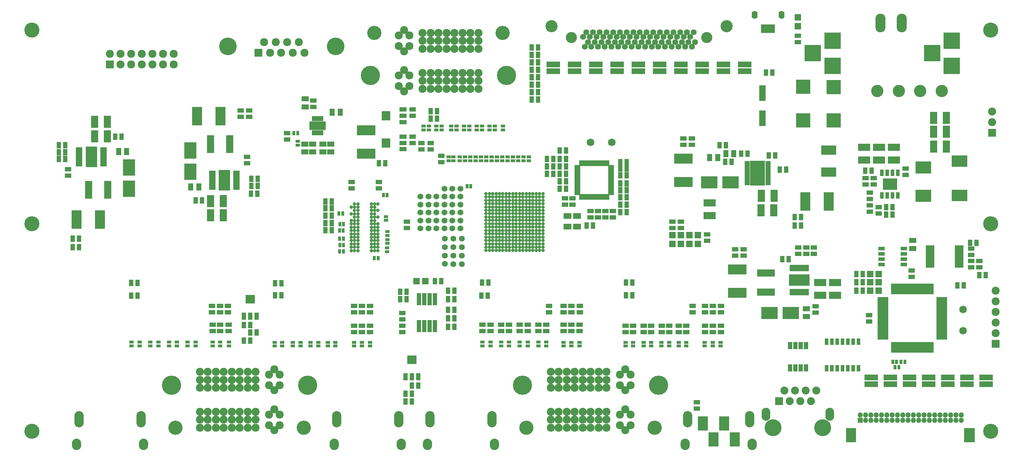
<source format=gts>
G04 (created by PCBNEW (2013-07-07 BZR 4022)-stable) date 6/4/2014 10:32:15 AM*
%MOIN*%
G04 Gerber Fmt 3.4, Leading zero omitted, Abs format*
%FSLAX34Y34*%
G01*
G70*
G90*
G04 APERTURE LIST*
%ADD10C,0.00590551*%
%ADD11C,0.165748*%
%ADD12R,0.075748X0.075748*%
%ADD13C,0.075748*%
%ADD14C,0.115748*%
%ADD15R,0.133848X0.133858*%
%ADD16C,0.0551181*%
%ADD17C,0.104331*%
%ADD18C,0.114173*%
%ADD19R,0.0551181X0.025948*%
%ADD20R,0.025948X0.0551181*%
%ADD21R,0.080748X0.031748*%
%ADD22C,0.0314961*%
%ADD23C,0.141752*%
%ADD24C,0.159448*%
%ADD25R,0.074848X0.074848*%
%ADD26C,0.074848*%
%ADD27O,0.0826772X0.122047*%
%ADD28R,0.0905512X0.0826772*%
%ADD29R,0.0385827X0.0669291*%
%ADD30R,0.0826772X0.0905512*%
%ADD31R,0.0669291X0.0385827*%
%ADD32R,0.0945079X0.133878*%
%ADD33R,0.102362X0.133878*%
%ADD34R,0.0944882X0.133858*%
%ADD35O,0.095748X0.175748*%
%ADD36R,0.040748X0.060748*%
%ADD37R,0.060748X0.040748*%
%ADD38R,0.070748X0.165748*%
%ADD39R,0.065748X0.115748*%
%ADD40R,0.114173X0.153543*%
%ADD41R,0.050748X0.070748*%
%ADD42R,0.095748X0.175748*%
%ADD43R,0.0629921X0.0275591*%
%ADD44R,0.106299X0.192913*%
%ADD45C,0.181102*%
%ADD46C,0.133858*%
%ADD47R,0.031448X0.039348*%
%ADD48R,0.039348X0.031448*%
%ADD49O,0.0551181X0.075748*%
%ADD50R,0.0314961X0.0787402*%
%ADD51C,0.071748*%
%ADD52C,0.055748*%
%ADD53O,0.0866142X0.153543*%
%ADD54O,0.0866142X0.108268*%
%ADD55R,0.035748X0.051748*%
%ADD56R,0.115748X0.065748*%
%ADD57R,0.049248X0.026748*%
%ADD58R,0.143748X0.231748*%
%ADD59R,0.070748X0.050748*%
%ADD60R,0.165748X0.070748*%
%ADD61R,0.0267717X0.0472441*%
%ADD62R,0.153543X0.0807087*%
%ADD63R,0.153543X0.114173*%
%ADD64R,0.0358268X0.0629921*%
%ADD65R,0.137795X0.110236*%
%ADD66R,0.060748X0.035748*%
%ADD67R,0.035748X0.060748*%
%ADD68R,0.153548X0.153548*%
%ADD69R,0.145669X0.114173*%
%ADD70R,0.149606X0.110236*%
%ADD71R,0.175748X0.095748*%
%ADD72R,0.039348X0.114173*%
%ADD73R,0.026378X0.0984252*%
%ADD74R,0.0984252X0.026378*%
%ADD75R,0.0275591X0.0629921*%
%ADD76R,0.192913X0.106299*%
%ADD77R,0.0745669X0.0565354*%
%ADD78R,0.141732X0.0866142*%
%ADD79R,0.039348X0.070848*%
%ADD80R,0.049748X0.049748*%
%ADD81C,0.049748*%
%ADD82C,0.050748*%
%ADD83R,0.062948X0.062948*%
%ADD84R,0.060748X0.150748*%
G04 APERTURE END LIST*
G54D10*
G54D11*
X39734Y-20815D03*
X29606Y-20815D03*
G54D12*
X32456Y-21422D03*
G54D13*
X33556Y-21422D03*
X34606Y-21422D03*
X35706Y-21422D03*
X36806Y-21422D03*
X33006Y-20422D03*
X34106Y-20422D03*
X35156Y-20422D03*
X36256Y-20422D03*
G54D14*
X90660Y-25030D03*
X92687Y-25030D03*
X94695Y-25030D03*
X96722Y-25030D03*
G54D15*
X86570Y-24645D03*
X86570Y-27794D03*
X83700Y-24625D03*
X83700Y-27774D03*
G54D16*
X63308Y-19472D03*
X63938Y-19472D03*
X64568Y-19472D03*
X65198Y-19472D03*
X65828Y-19472D03*
X66458Y-19472D03*
X67088Y-19472D03*
X67718Y-19472D03*
X68348Y-19472D03*
X68978Y-19472D03*
X69607Y-19472D03*
X70237Y-19472D03*
X70867Y-19472D03*
X71497Y-19472D03*
X72127Y-19472D03*
X72757Y-19472D03*
X73387Y-19472D03*
X73080Y-19924D03*
X72450Y-19924D03*
X71820Y-19924D03*
X71190Y-19924D03*
X70560Y-19924D03*
X69930Y-19924D03*
X69300Y-19924D03*
X68670Y-19924D03*
X68040Y-19924D03*
X67410Y-19924D03*
X66780Y-19924D03*
X66150Y-19924D03*
X65520Y-19924D03*
X64891Y-19924D03*
X64261Y-19924D03*
X63631Y-19924D03*
X63001Y-19924D03*
X63466Y-20397D03*
X64096Y-20397D03*
X64726Y-20397D03*
X65355Y-20397D03*
X65985Y-20397D03*
X66615Y-20397D03*
X67245Y-20397D03*
X67875Y-20397D03*
X68505Y-20397D03*
X69135Y-20397D03*
X69765Y-20397D03*
X70395Y-20397D03*
X71025Y-20397D03*
X71655Y-20397D03*
X72285Y-20397D03*
X72915Y-20397D03*
X73544Y-20397D03*
X73230Y-20850D03*
X72600Y-20850D03*
X71970Y-20850D03*
X71340Y-20850D03*
X70080Y-20850D03*
X68190Y-20850D03*
X67560Y-20850D03*
X66930Y-20850D03*
X66300Y-20850D03*
X65670Y-20850D03*
X65040Y-20850D03*
X64410Y-20850D03*
X63780Y-20850D03*
X63150Y-20850D03*
G54D17*
X74635Y-19964D03*
X61909Y-19964D03*
G54D18*
X60030Y-18930D03*
X76515Y-18930D03*
G54D16*
X70710Y-20850D03*
X68820Y-20850D03*
X69450Y-20850D03*
G54D19*
X62475Y-34679D03*
X62475Y-34482D03*
X62475Y-34285D03*
X62475Y-34088D03*
X62475Y-33892D03*
X62475Y-33695D03*
X62475Y-33498D03*
X62475Y-32120D03*
X62475Y-32317D03*
X62475Y-32514D03*
X62475Y-32711D03*
X62475Y-32907D03*
X62475Y-33104D03*
X62475Y-33301D03*
X65624Y-33301D03*
X65624Y-33104D03*
X65624Y-32907D03*
X65624Y-32711D03*
X65624Y-32514D03*
X65624Y-32317D03*
X65624Y-32120D03*
X65624Y-33498D03*
X65624Y-33695D03*
X65624Y-33892D03*
X65624Y-34088D03*
X65624Y-34285D03*
X65624Y-34482D03*
X65624Y-34679D03*
G54D20*
X64148Y-34974D03*
X64345Y-34974D03*
X64542Y-34974D03*
X64738Y-34974D03*
X64935Y-34974D03*
X65132Y-34974D03*
X65329Y-34974D03*
X63951Y-34974D03*
X63754Y-34974D03*
X63557Y-34974D03*
X63361Y-34974D03*
X63164Y-34974D03*
X62967Y-34974D03*
X62770Y-34974D03*
X62770Y-31825D03*
X62967Y-31825D03*
X63164Y-31825D03*
X63361Y-31825D03*
X63557Y-31825D03*
X63754Y-31825D03*
X63951Y-31825D03*
X65329Y-31825D03*
X65133Y-31825D03*
X64936Y-31825D03*
X64739Y-31825D03*
X64542Y-31825D03*
X64345Y-31825D03*
X64148Y-31825D03*
G54D21*
X98360Y-40725D03*
X98360Y-40475D03*
X98360Y-40225D03*
X98360Y-39975D03*
X95640Y-41475D03*
X98360Y-41475D03*
X98360Y-41225D03*
X98360Y-40975D03*
X95640Y-39725D03*
X95640Y-39975D03*
X95640Y-40225D03*
X95640Y-40475D03*
X95640Y-40725D03*
X95640Y-40975D03*
X98360Y-39725D03*
X95640Y-41225D03*
G54D22*
X43713Y-40041D03*
X43398Y-40041D03*
X43083Y-40041D03*
X41823Y-40041D03*
X41508Y-40041D03*
X41193Y-40041D03*
X43713Y-39726D03*
X43713Y-39411D03*
X43713Y-39096D03*
X43713Y-38782D03*
X43713Y-38467D03*
X43713Y-38152D03*
X43713Y-37837D03*
X43398Y-37837D03*
X43083Y-37837D03*
X41824Y-37836D03*
X41509Y-37836D03*
X41194Y-37836D03*
X41194Y-38151D03*
X41194Y-38466D03*
X41194Y-38781D03*
X41194Y-39095D03*
X41194Y-39410D03*
X41194Y-39725D03*
X43083Y-39096D03*
X43083Y-38782D03*
X41824Y-38781D03*
X41824Y-39095D03*
X41824Y-39410D03*
X43083Y-39411D03*
X43398Y-39411D03*
X43398Y-39096D03*
X43398Y-38782D03*
X43398Y-38467D03*
X43398Y-38152D03*
X43083Y-38152D03*
X43083Y-38467D03*
X41824Y-38466D03*
X41824Y-38151D03*
X41509Y-38151D03*
X41509Y-38466D03*
X41509Y-38781D03*
X41509Y-39095D03*
X41509Y-39410D03*
X41509Y-39725D03*
X41824Y-39725D03*
X43083Y-39726D03*
X43398Y-39726D03*
X43713Y-35631D03*
X43713Y-37521D03*
X43398Y-37521D03*
X43083Y-37521D03*
X41823Y-37521D03*
X41508Y-37521D03*
X41193Y-37521D03*
X43398Y-37206D03*
X43083Y-37206D03*
X41823Y-37206D03*
X41508Y-37206D03*
X41193Y-37206D03*
X43713Y-36891D03*
X43398Y-36891D03*
X43083Y-36891D03*
X41823Y-36891D03*
X41508Y-36891D03*
X43398Y-36576D03*
X43083Y-36576D03*
X41823Y-36576D03*
X41508Y-36576D03*
X41193Y-36576D03*
X43713Y-36261D03*
X43398Y-36261D03*
X43083Y-36261D03*
X41823Y-36261D03*
X41508Y-36261D03*
X43398Y-35946D03*
X43083Y-35946D03*
X41823Y-35946D03*
X41508Y-35946D03*
X41193Y-35946D03*
X43398Y-35631D03*
X43083Y-35631D03*
X41823Y-35631D03*
X41508Y-35631D03*
G54D23*
X11168Y-37508D03*
X101331Y-37508D03*
G54D24*
X85523Y-56698D03*
X80850Y-56698D03*
G54D25*
X81435Y-54198D03*
G54D26*
X81935Y-53198D03*
X82435Y-54198D03*
X82935Y-53198D03*
X83435Y-54198D03*
X83935Y-53198D03*
X84435Y-54198D03*
X84935Y-53198D03*
G54D27*
X80185Y-55454D03*
X86185Y-55454D03*
G54D28*
X31700Y-44613D03*
G54D29*
X31700Y-46217D03*
X32290Y-46217D03*
X31109Y-46217D03*
G54D30*
X44463Y-29900D03*
G54D31*
X46067Y-29900D03*
X46067Y-29309D03*
X46067Y-30490D03*
G54D28*
X46900Y-50313D03*
G54D29*
X46900Y-51917D03*
X47490Y-51917D03*
X46309Y-51917D03*
G54D32*
X88200Y-57400D03*
G54D33*
X99340Y-57406D03*
G54D34*
X77250Y-57798D03*
X76250Y-56301D03*
X75250Y-57798D03*
X74250Y-56301D03*
G54D35*
X90962Y-18600D03*
X92962Y-18600D03*
G54D36*
X14300Y-31415D03*
X13700Y-31415D03*
G54D37*
X14550Y-32965D03*
X14550Y-32365D03*
G54D36*
X13700Y-30765D03*
X14300Y-30765D03*
X14300Y-30115D03*
X13700Y-30115D03*
G54D38*
X16500Y-34315D03*
X18300Y-34315D03*
G54D36*
X19000Y-29315D03*
X19600Y-29315D03*
G54D39*
X17050Y-27915D03*
X18250Y-27915D03*
X17050Y-29265D03*
X18250Y-29265D03*
G54D40*
X20316Y-32229D03*
X20316Y-34229D03*
G54D41*
X20075Y-30715D03*
X19325Y-30715D03*
G54D36*
X83492Y-37667D03*
X82892Y-37667D03*
X82892Y-36867D03*
X83492Y-36867D03*
G54D42*
X15360Y-37105D03*
X17560Y-37105D03*
G54D43*
X17891Y-30447D03*
X17891Y-30703D03*
X17891Y-30959D03*
X17891Y-31215D03*
X17891Y-31470D03*
X17891Y-31726D03*
X17891Y-31982D03*
X15608Y-31982D03*
X15608Y-31726D03*
X15608Y-31470D03*
X15608Y-31215D03*
X15608Y-30959D03*
X15608Y-30703D03*
X15608Y-30447D03*
G54D44*
X16750Y-31215D03*
G54D43*
X28117Y-34186D03*
X28117Y-33930D03*
X28117Y-33674D03*
X28117Y-33419D03*
X28117Y-33163D03*
X28117Y-32907D03*
X28117Y-32651D03*
X30400Y-32651D03*
X30400Y-32907D03*
X30400Y-33163D03*
X30400Y-33419D03*
X30400Y-33674D03*
X30400Y-33930D03*
X30400Y-34186D03*
G54D44*
X29259Y-33419D03*
G54D13*
X59950Y-52950D03*
X60700Y-52950D03*
X61450Y-52950D03*
X62200Y-52950D03*
X62950Y-52950D03*
X63700Y-52950D03*
X64450Y-52950D03*
X65200Y-52950D03*
X59950Y-52200D03*
X60700Y-52200D03*
X61450Y-52200D03*
X62200Y-52200D03*
X62950Y-52200D03*
X63700Y-52200D03*
X64450Y-52200D03*
X65200Y-52200D03*
X60700Y-51450D03*
X61450Y-51450D03*
X62200Y-51450D03*
X62950Y-51450D03*
X63700Y-51450D03*
X59950Y-51450D03*
X64450Y-51450D03*
X65200Y-51450D03*
X59950Y-55210D03*
X60700Y-55210D03*
X61450Y-55210D03*
X62200Y-55210D03*
X62950Y-55210D03*
X63700Y-55210D03*
X64450Y-55210D03*
X65200Y-55210D03*
X59950Y-55960D03*
X60700Y-55960D03*
X61450Y-55960D03*
X62200Y-55960D03*
X62950Y-55960D03*
X63700Y-55960D03*
X64450Y-55960D03*
X65200Y-55960D03*
X59950Y-56710D03*
X60700Y-56710D03*
X61450Y-56710D03*
X62200Y-56710D03*
X62950Y-56710D03*
X63700Y-56710D03*
X64450Y-56710D03*
X65200Y-56710D03*
X66950Y-51206D03*
X66950Y-53194D03*
X66950Y-54966D03*
X66950Y-56954D03*
X66450Y-51706D03*
X67450Y-51706D03*
X66450Y-55466D03*
X67450Y-55466D03*
X66450Y-52706D03*
X66450Y-56466D03*
X67450Y-52706D03*
X67450Y-56466D03*
G54D45*
X70097Y-52706D03*
X57302Y-52706D03*
G54D46*
X57656Y-56710D03*
X69743Y-56710D03*
G54D36*
X39350Y-36750D03*
X38750Y-36750D03*
X39350Y-37450D03*
X38750Y-37450D03*
G54D47*
X40475Y-37538D03*
X40121Y-37538D03*
X40388Y-36562D03*
X40034Y-36562D03*
X44223Y-34800D03*
X44577Y-34800D03*
G54D48*
X44575Y-39793D03*
X44575Y-40147D03*
G54D47*
X43728Y-40755D03*
X43374Y-40755D03*
X40475Y-39517D03*
X40121Y-39517D03*
X40467Y-40104D03*
X40113Y-40104D03*
X40467Y-38929D03*
X40113Y-38929D03*
X40445Y-38160D03*
X40091Y-38160D03*
G54D48*
X44601Y-39009D03*
X44601Y-39363D03*
X44456Y-37195D03*
X44456Y-36841D03*
X44597Y-38244D03*
X44597Y-38598D03*
G54D36*
X80210Y-23290D03*
X80810Y-23290D03*
X66500Y-35000D03*
X67100Y-35000D03*
X45800Y-43900D03*
X46400Y-43900D03*
G54D37*
X49650Y-31100D03*
X49650Y-31700D03*
X75200Y-45850D03*
X75200Y-45250D03*
G54D36*
X50900Y-47200D03*
X50300Y-47200D03*
G54D37*
X46000Y-45900D03*
X46000Y-46500D03*
G54D36*
X50900Y-45600D03*
X50300Y-45600D03*
X50300Y-44600D03*
X50900Y-44600D03*
X60200Y-31400D03*
X59600Y-31400D03*
X61400Y-31400D03*
X60800Y-31400D03*
X81745Y-40860D03*
X82345Y-40860D03*
G54D37*
X46000Y-47100D03*
X46000Y-47700D03*
X65100Y-36300D03*
X65100Y-36900D03*
X63700Y-36300D03*
X63700Y-36900D03*
G54D36*
X67100Y-34350D03*
X66500Y-34350D03*
X60800Y-30600D03*
X61400Y-30600D03*
G54D37*
X65800Y-36300D03*
X65800Y-36900D03*
G54D36*
X66500Y-36400D03*
X67100Y-36400D03*
G54D37*
X64400Y-36300D03*
X64400Y-36900D03*
G54D36*
X66500Y-35700D03*
X67100Y-35700D03*
X61400Y-32100D03*
X60800Y-32100D03*
X60200Y-32100D03*
X59600Y-32100D03*
X61400Y-32800D03*
X60800Y-32800D03*
X60200Y-32800D03*
X59600Y-32800D03*
X61400Y-33500D03*
X60800Y-33500D03*
X61400Y-34200D03*
X60800Y-34200D03*
G54D37*
X61300Y-35100D03*
X61300Y-35700D03*
X62000Y-35100D03*
X62000Y-35700D03*
G54D36*
X46400Y-44600D03*
X45800Y-44600D03*
G54D37*
X68700Y-47100D03*
X68700Y-47700D03*
X75200Y-47100D03*
X75200Y-47700D03*
X67700Y-47700D03*
X67700Y-47100D03*
X74450Y-47100D03*
X74450Y-47700D03*
X72700Y-47700D03*
X72700Y-47100D03*
X69400Y-47700D03*
X69400Y-47100D03*
X56040Y-47020D03*
X56040Y-47620D03*
X41450Y-45850D03*
X41450Y-45250D03*
X59540Y-47020D03*
X59540Y-47620D03*
X29650Y-47020D03*
X29650Y-47620D03*
X42950Y-45850D03*
X42950Y-45250D03*
X42200Y-47100D03*
X42200Y-47700D03*
X28881Y-47020D03*
X28881Y-47620D03*
X54290Y-47020D03*
X54290Y-47620D03*
X28100Y-45850D03*
X28100Y-45250D03*
X61167Y-45850D03*
X61167Y-45250D03*
X61891Y-45850D03*
X61891Y-45250D03*
X29600Y-45850D03*
X29600Y-45250D03*
X62674Y-47020D03*
X62674Y-47620D03*
X67000Y-47100D03*
X67000Y-47700D03*
X70400Y-47100D03*
X70400Y-47700D03*
X42950Y-47100D03*
X42950Y-47700D03*
X74450Y-45850D03*
X74450Y-45250D03*
X75950Y-45850D03*
X75950Y-45250D03*
X72000Y-47100D03*
X72000Y-47700D03*
X75950Y-47100D03*
X75950Y-47700D03*
X71100Y-47700D03*
X71100Y-47100D03*
X58790Y-47020D03*
X58790Y-47620D03*
X28850Y-45850D03*
X28850Y-45250D03*
X41450Y-47100D03*
X41450Y-47700D03*
X55290Y-47020D03*
X55290Y-47620D03*
X53540Y-47020D03*
X53540Y-47620D03*
X57047Y-47024D03*
X57047Y-47624D03*
X57816Y-47022D03*
X57816Y-47622D03*
X61167Y-47020D03*
X61167Y-47620D03*
X62700Y-45850D03*
X62700Y-45250D03*
X61891Y-47020D03*
X61891Y-47620D03*
X42200Y-45850D03*
X42200Y-45250D03*
X28164Y-47020D03*
X28164Y-47620D03*
G54D49*
X81653Y-17862D03*
X79121Y-17862D03*
G54D50*
X80387Y-19151D03*
X80131Y-19151D03*
X80643Y-19151D03*
X79875Y-19151D03*
X80899Y-19151D03*
G54D51*
X63691Y-29852D03*
X65691Y-29852D03*
G54D36*
X63327Y-37668D03*
X63927Y-37668D03*
G54D22*
X56392Y-37192D03*
X56707Y-37192D03*
X57022Y-37192D03*
X57337Y-37192D03*
X57652Y-37192D03*
X57967Y-37192D03*
X58282Y-37192D03*
X58597Y-37192D03*
X58912Y-37192D03*
X59227Y-37192D03*
X53872Y-37192D03*
X54187Y-37192D03*
X54502Y-37192D03*
X54817Y-37192D03*
X55132Y-37192D03*
X55447Y-37192D03*
X55762Y-37192D03*
X56077Y-37192D03*
X53872Y-36877D03*
X54187Y-36877D03*
X54502Y-36877D03*
X54817Y-36877D03*
X55132Y-36877D03*
X55447Y-36877D03*
X55762Y-36877D03*
X56077Y-36877D03*
X56392Y-36877D03*
X56707Y-36877D03*
X57022Y-36877D03*
X57337Y-36877D03*
X57652Y-36877D03*
X57967Y-36877D03*
X58282Y-36877D03*
X58597Y-36877D03*
X58912Y-36877D03*
X59227Y-36877D03*
X53872Y-36562D03*
X54187Y-36562D03*
X54502Y-36562D03*
X54817Y-36562D03*
X55132Y-36562D03*
X55447Y-36562D03*
X55762Y-36562D03*
X56077Y-36562D03*
X56392Y-36562D03*
X56707Y-36562D03*
X57022Y-36562D03*
X57337Y-36562D03*
X57652Y-36562D03*
X57967Y-36562D03*
X58282Y-36562D03*
X58597Y-36562D03*
X58912Y-36562D03*
X59227Y-36562D03*
X53872Y-36247D03*
X54187Y-36247D03*
X54502Y-36247D03*
X54817Y-36247D03*
X55132Y-36247D03*
X55447Y-36247D03*
X55762Y-36247D03*
X56077Y-36247D03*
X56392Y-36247D03*
X56707Y-36247D03*
X57022Y-36247D03*
X57337Y-36247D03*
X57652Y-36247D03*
X57967Y-36247D03*
X58282Y-36247D03*
X58597Y-36247D03*
X58912Y-36247D03*
X59227Y-36247D03*
X53872Y-35932D03*
X54187Y-35932D03*
X54502Y-35932D03*
X54817Y-35932D03*
X55132Y-35932D03*
X55447Y-35932D03*
X55762Y-35932D03*
X56077Y-35932D03*
X56392Y-35932D03*
X56707Y-35932D03*
X57022Y-35932D03*
X57337Y-35932D03*
X57652Y-35932D03*
X57967Y-35932D03*
X58282Y-35932D03*
X58597Y-35932D03*
X58912Y-35932D03*
X59227Y-35932D03*
X53872Y-35617D03*
X54187Y-35617D03*
X54502Y-35617D03*
X54817Y-35617D03*
X55132Y-35617D03*
X55447Y-35617D03*
X55762Y-35617D03*
X56077Y-35617D03*
X56392Y-35617D03*
X56707Y-35617D03*
X57022Y-35617D03*
X57337Y-35617D03*
X57652Y-35617D03*
X57967Y-35617D03*
X58282Y-35617D03*
X58597Y-35617D03*
X58912Y-35617D03*
X59227Y-35617D03*
X53872Y-35302D03*
X54187Y-35302D03*
X54502Y-35302D03*
X54817Y-35302D03*
X55132Y-35302D03*
X55447Y-35302D03*
X55762Y-35302D03*
X56077Y-35302D03*
X56392Y-35302D03*
X56707Y-35302D03*
X57022Y-35302D03*
X57337Y-35302D03*
X57652Y-35302D03*
X57967Y-35302D03*
X58282Y-35302D03*
X58597Y-35302D03*
X58912Y-35302D03*
X59227Y-35302D03*
X53872Y-34987D03*
X54187Y-34987D03*
X54502Y-34987D03*
X54817Y-34987D03*
X55132Y-34987D03*
X55447Y-34987D03*
X55762Y-34987D03*
X56077Y-34987D03*
X56392Y-34987D03*
X56707Y-34987D03*
X57022Y-34987D03*
X57337Y-34987D03*
X57652Y-34987D03*
X57967Y-34987D03*
X58282Y-34987D03*
X58597Y-34987D03*
X58912Y-34987D03*
X59227Y-34987D03*
X53872Y-34672D03*
X54187Y-34672D03*
X54502Y-34672D03*
X54817Y-34672D03*
X55132Y-34672D03*
X55447Y-34672D03*
X55762Y-34672D03*
X56077Y-34672D03*
X56392Y-34672D03*
X56707Y-34672D03*
X57022Y-34672D03*
X57337Y-34672D03*
X57652Y-34672D03*
X57967Y-34672D03*
X58282Y-34672D03*
X58597Y-34672D03*
X58912Y-34672D03*
X59227Y-34672D03*
X53872Y-37507D03*
X54187Y-37507D03*
X54502Y-37507D03*
X54817Y-37507D03*
X55132Y-37507D03*
X55447Y-37507D03*
X55762Y-37507D03*
X56077Y-37507D03*
X56392Y-37507D03*
X56707Y-37507D03*
X57022Y-37507D03*
X57337Y-37507D03*
X57652Y-37507D03*
X57967Y-37507D03*
X58282Y-37507D03*
X58597Y-37507D03*
X58912Y-37507D03*
X59227Y-37507D03*
X53872Y-37822D03*
X54187Y-37822D03*
X54502Y-37822D03*
X54817Y-37822D03*
X55132Y-37822D03*
X55447Y-37822D03*
X55762Y-37822D03*
X56077Y-37822D03*
X56392Y-37822D03*
X56707Y-37822D03*
X57022Y-37822D03*
X57337Y-37822D03*
X57652Y-37822D03*
X57967Y-37822D03*
X58282Y-37822D03*
X58597Y-37822D03*
X58912Y-37822D03*
X59227Y-37822D03*
X53872Y-38137D03*
X54187Y-38137D03*
X54502Y-38137D03*
X54817Y-38137D03*
X55132Y-38137D03*
X55447Y-38137D03*
X55762Y-38137D03*
X56077Y-38137D03*
X56392Y-38137D03*
X56707Y-38137D03*
X57022Y-38137D03*
X57337Y-38137D03*
X57652Y-38137D03*
X57967Y-38137D03*
X58282Y-38137D03*
X58597Y-38137D03*
X58912Y-38137D03*
X59227Y-38137D03*
X53872Y-38452D03*
X54187Y-38452D03*
X54502Y-38452D03*
X54817Y-38452D03*
X55132Y-38452D03*
X55447Y-38452D03*
X55762Y-38452D03*
X56077Y-38452D03*
X56392Y-38452D03*
X56707Y-38452D03*
X57022Y-38452D03*
X57337Y-38452D03*
X57652Y-38452D03*
X57967Y-38452D03*
X58282Y-38452D03*
X58597Y-38452D03*
X58912Y-38452D03*
X59227Y-38452D03*
X53872Y-38767D03*
X54187Y-38767D03*
X54502Y-38767D03*
X54817Y-38767D03*
X55132Y-38767D03*
X55447Y-38767D03*
X55762Y-38767D03*
X56077Y-38767D03*
X56392Y-38767D03*
X56707Y-38767D03*
X57022Y-38767D03*
X57337Y-38767D03*
X57652Y-38767D03*
X57967Y-38767D03*
X58282Y-38767D03*
X58597Y-38767D03*
X58912Y-38767D03*
X59227Y-38767D03*
X53872Y-39082D03*
X54187Y-39082D03*
X54502Y-39082D03*
X54817Y-39082D03*
X55132Y-39082D03*
X55447Y-39082D03*
X55762Y-39082D03*
X56077Y-39082D03*
X56392Y-39082D03*
X56707Y-39082D03*
X57022Y-39082D03*
X57337Y-39082D03*
X57652Y-39082D03*
X57967Y-39082D03*
X58282Y-39082D03*
X58597Y-39082D03*
X58912Y-39082D03*
X59227Y-39082D03*
X53872Y-39397D03*
X54187Y-39397D03*
X54502Y-39397D03*
X54817Y-39397D03*
X55132Y-39397D03*
X55447Y-39397D03*
X55762Y-39397D03*
X56077Y-39397D03*
X56392Y-39397D03*
X56707Y-39397D03*
X57022Y-39397D03*
X57337Y-39397D03*
X57652Y-39397D03*
X57967Y-39397D03*
X58282Y-39397D03*
X58597Y-39397D03*
X58912Y-39397D03*
X59227Y-39397D03*
X53872Y-39712D03*
X54187Y-39712D03*
X54502Y-39712D03*
X54817Y-39712D03*
X55132Y-39712D03*
X55447Y-39712D03*
X55762Y-39712D03*
X56077Y-39712D03*
X56392Y-39712D03*
X56707Y-39712D03*
X57022Y-39712D03*
X57337Y-39712D03*
X57652Y-39712D03*
X57967Y-39712D03*
X58282Y-39712D03*
X58597Y-39712D03*
X58912Y-39712D03*
X59227Y-39712D03*
X53872Y-40027D03*
X54187Y-40027D03*
X54502Y-40027D03*
X54817Y-40027D03*
X55132Y-40027D03*
X55447Y-40027D03*
X55762Y-40027D03*
X56077Y-40027D03*
X56392Y-40027D03*
X56707Y-40027D03*
X57022Y-40027D03*
X57337Y-40027D03*
X57652Y-40027D03*
X57967Y-40027D03*
X58282Y-40027D03*
X58597Y-40027D03*
X58912Y-40027D03*
X59227Y-40027D03*
G54D52*
X50700Y-34200D03*
X48450Y-37200D03*
X49200Y-37200D03*
X48450Y-36450D03*
X50800Y-39700D03*
X49200Y-37950D03*
X51600Y-38900D03*
X49950Y-37200D03*
X51450Y-34950D03*
X50700Y-35700D03*
X51450Y-35700D03*
X51450Y-37200D03*
X49950Y-34950D03*
X51450Y-34200D03*
X49950Y-34200D03*
X49950Y-35700D03*
X50700Y-34950D03*
X50700Y-36450D03*
X48450Y-34950D03*
X50700Y-37950D03*
X49950Y-37950D03*
X49200Y-34950D03*
X51450Y-36450D03*
X49200Y-35700D03*
X49950Y-36450D03*
X47700Y-34950D03*
X51450Y-37950D03*
X50700Y-37200D03*
X50800Y-38900D03*
X50000Y-39700D03*
X51600Y-40500D03*
X51600Y-39700D03*
X50800Y-40500D03*
X47700Y-36450D03*
X47700Y-37200D03*
X49200Y-36450D03*
X48450Y-35700D03*
X47700Y-35700D03*
X49993Y-41296D03*
X50000Y-38900D03*
X50803Y-41301D03*
X50000Y-40500D03*
X51600Y-41300D03*
X47700Y-37950D03*
X48450Y-37950D03*
G54D13*
X53150Y-23300D03*
X52400Y-23300D03*
X51650Y-23300D03*
X50900Y-23300D03*
X50150Y-23300D03*
X49400Y-23300D03*
X48650Y-23300D03*
X47900Y-23300D03*
X53150Y-24050D03*
X52400Y-24050D03*
X51650Y-24050D03*
X50900Y-24050D03*
X50150Y-24050D03*
X49400Y-24050D03*
X48650Y-24050D03*
X47900Y-24050D03*
X52400Y-24800D03*
X51650Y-24800D03*
X50900Y-24800D03*
X50150Y-24800D03*
X49400Y-24800D03*
X53150Y-24800D03*
X48650Y-24800D03*
X47900Y-24800D03*
X53150Y-21040D03*
X52400Y-21040D03*
X51650Y-21040D03*
X50900Y-21040D03*
X50150Y-21040D03*
X49400Y-21040D03*
X48650Y-21040D03*
X47900Y-21040D03*
X53150Y-20290D03*
X52400Y-20290D03*
X51650Y-20290D03*
X50900Y-20290D03*
X50150Y-20290D03*
X49400Y-20290D03*
X48650Y-20290D03*
X47900Y-20290D03*
X53150Y-19540D03*
X52400Y-19540D03*
X51650Y-19540D03*
X50900Y-19540D03*
X50150Y-19540D03*
X49400Y-19540D03*
X48650Y-19540D03*
X47900Y-19540D03*
X46150Y-25044D03*
X46150Y-23056D03*
X46150Y-21284D03*
X46150Y-19296D03*
X46650Y-24544D03*
X45650Y-24544D03*
X46650Y-20784D03*
X45650Y-20784D03*
X46650Y-23544D03*
X46650Y-19784D03*
X45650Y-23544D03*
X45650Y-19784D03*
G54D45*
X43002Y-23544D03*
X55797Y-23544D03*
G54D46*
X55443Y-19540D03*
X43356Y-19540D03*
G54D13*
X26950Y-52950D03*
X27700Y-52950D03*
X28450Y-52950D03*
X29200Y-52950D03*
X29950Y-52950D03*
X30700Y-52950D03*
X31450Y-52950D03*
X32200Y-52950D03*
X26950Y-52200D03*
X27700Y-52200D03*
X28450Y-52200D03*
X29200Y-52200D03*
X29950Y-52200D03*
X30700Y-52200D03*
X31450Y-52200D03*
X32200Y-52200D03*
X27700Y-51450D03*
X28450Y-51450D03*
X29200Y-51450D03*
X29950Y-51450D03*
X30700Y-51450D03*
X26950Y-51450D03*
X31450Y-51450D03*
X32200Y-51450D03*
X26950Y-55210D03*
X27700Y-55210D03*
X28450Y-55210D03*
X29200Y-55210D03*
X29950Y-55210D03*
X30700Y-55210D03*
X31450Y-55210D03*
X32200Y-55210D03*
X26950Y-55960D03*
X27700Y-55960D03*
X28450Y-55960D03*
X29200Y-55960D03*
X29950Y-55960D03*
X30700Y-55960D03*
X31450Y-55960D03*
X32200Y-55960D03*
X26950Y-56710D03*
X27700Y-56710D03*
X28450Y-56710D03*
X29200Y-56710D03*
X29950Y-56710D03*
X30700Y-56710D03*
X31450Y-56710D03*
X32200Y-56710D03*
X33950Y-51206D03*
X33950Y-53194D03*
X33950Y-54966D03*
X33950Y-56954D03*
X33450Y-51706D03*
X34450Y-51706D03*
X33450Y-55466D03*
X34450Y-55466D03*
X33450Y-52706D03*
X33450Y-56466D03*
X34450Y-52706D03*
X34450Y-56466D03*
G54D45*
X37097Y-52706D03*
X24302Y-52706D03*
G54D46*
X24656Y-56710D03*
X36743Y-56710D03*
G54D53*
X21422Y-55926D03*
X15595Y-55926D03*
G54D54*
X21658Y-58272D03*
X15359Y-58272D03*
G54D53*
X45672Y-55926D03*
X39845Y-55926D03*
G54D54*
X45908Y-58272D03*
X39609Y-58272D03*
G54D53*
X78672Y-55926D03*
X72845Y-55926D03*
G54D54*
X78908Y-58272D03*
X72609Y-58272D03*
G54D53*
X54422Y-55926D03*
X48595Y-55926D03*
G54D54*
X54658Y-58272D03*
X48359Y-58272D03*
G54D55*
X78672Y-23148D03*
X78672Y-22520D03*
X78357Y-23148D03*
X78357Y-22520D03*
X78043Y-23148D03*
X78043Y-22520D03*
X77728Y-23148D03*
X77728Y-22520D03*
X76672Y-23148D03*
X76672Y-22520D03*
X76357Y-23148D03*
X76357Y-22520D03*
X76043Y-23148D03*
X76043Y-22520D03*
X75728Y-23148D03*
X75728Y-22520D03*
X72672Y-23148D03*
X72672Y-22520D03*
X72357Y-23148D03*
X72357Y-22520D03*
X72043Y-23148D03*
X72043Y-22520D03*
X71728Y-23148D03*
X71728Y-22520D03*
X74672Y-23148D03*
X74672Y-22520D03*
X74357Y-23148D03*
X74357Y-22520D03*
X74043Y-23148D03*
X74043Y-22520D03*
X73728Y-23148D03*
X73728Y-22520D03*
X68671Y-23148D03*
X68671Y-22520D03*
X68356Y-23148D03*
X68356Y-22520D03*
X68042Y-23148D03*
X68042Y-22520D03*
X67727Y-23148D03*
X67727Y-22520D03*
X66672Y-23148D03*
X66672Y-22520D03*
X66357Y-23148D03*
X66357Y-22520D03*
X66043Y-23148D03*
X66043Y-22520D03*
X65728Y-23148D03*
X65728Y-22520D03*
X64672Y-23148D03*
X64672Y-22520D03*
X64357Y-23148D03*
X64357Y-22520D03*
X64043Y-23148D03*
X64043Y-22520D03*
X63728Y-23148D03*
X63728Y-22520D03*
X62672Y-23148D03*
X62672Y-22520D03*
X62357Y-23148D03*
X62357Y-22520D03*
X62043Y-23148D03*
X62043Y-22520D03*
X61728Y-23148D03*
X61728Y-22520D03*
X60672Y-23148D03*
X60672Y-22520D03*
X60357Y-23148D03*
X60357Y-22520D03*
X60043Y-23148D03*
X60043Y-22520D03*
X59728Y-23148D03*
X59728Y-22520D03*
X70672Y-23148D03*
X70672Y-22520D03*
X70357Y-23148D03*
X70357Y-22520D03*
X70043Y-23148D03*
X70043Y-22520D03*
X69728Y-23148D03*
X69728Y-22520D03*
G54D56*
X74905Y-36750D03*
X74905Y-35550D03*
G54D39*
X79734Y-36239D03*
X80934Y-36239D03*
X79770Y-34865D03*
X80970Y-34865D03*
G54D41*
X77170Y-30909D03*
X76420Y-30909D03*
G54D36*
X81072Y-31066D03*
X80472Y-31066D03*
X76380Y-31675D03*
X76980Y-31675D03*
X76430Y-30125D03*
X75830Y-30125D03*
X78473Y-30909D03*
X77873Y-30909D03*
X82096Y-32421D03*
X81496Y-32421D03*
G54D57*
X78435Y-31763D03*
X78435Y-31960D03*
X78435Y-32157D03*
X78435Y-32353D03*
X78435Y-32550D03*
X78435Y-32748D03*
X78435Y-32946D03*
X78435Y-33142D03*
X78435Y-33339D03*
X78435Y-33536D03*
X78435Y-33733D03*
X80384Y-33733D03*
X80384Y-33536D03*
X80384Y-33339D03*
X80384Y-33142D03*
X80384Y-32946D03*
X80384Y-32747D03*
X80384Y-32550D03*
X80384Y-32353D03*
X80384Y-32157D03*
X80384Y-31960D03*
X80384Y-31763D03*
G54D58*
X79409Y-32747D03*
G54D38*
X29781Y-30023D03*
X27981Y-30023D03*
G54D39*
X29175Y-36715D03*
X27975Y-36715D03*
G54D41*
X26110Y-34055D03*
X26860Y-34055D03*
G54D36*
X32385Y-33955D03*
X31785Y-33955D03*
X31775Y-34665D03*
X32375Y-34665D03*
X31785Y-33295D03*
X32385Y-33295D03*
G54D39*
X29175Y-35365D03*
X27975Y-35365D03*
G54D36*
X27175Y-35315D03*
X26575Y-35315D03*
G54D56*
X85295Y-43060D03*
X85295Y-44260D03*
X86695Y-43060D03*
X86695Y-44260D03*
G54D59*
X83983Y-46263D03*
X83983Y-45513D03*
G54D37*
X83995Y-39760D03*
X83995Y-40360D03*
X84695Y-40360D03*
X84695Y-39760D03*
X83245Y-39760D03*
X83245Y-40360D03*
X84869Y-45293D03*
X84869Y-45893D03*
G54D60*
X80195Y-42160D03*
X80195Y-43960D03*
G54D37*
X31400Y-31200D03*
X31400Y-31800D03*
G54D41*
X74905Y-31275D03*
X75655Y-31275D03*
X40150Y-27025D03*
X39400Y-27025D03*
G54D59*
X36875Y-25750D03*
X36875Y-26500D03*
X36825Y-30750D03*
X36825Y-30000D03*
X37575Y-30750D03*
X37575Y-30000D03*
X39275Y-30750D03*
X39275Y-30000D03*
X38525Y-30750D03*
X38525Y-30000D03*
G54D37*
X37625Y-26525D03*
X37625Y-25925D03*
G54D47*
X36152Y-28975D03*
X35798Y-28975D03*
G54D48*
X36175Y-30102D03*
X36175Y-29748D03*
G54D61*
X38025Y-28936D03*
X38025Y-27613D03*
X37828Y-28936D03*
X37631Y-28936D03*
X38221Y-28936D03*
X38418Y-28936D03*
X38221Y-27613D03*
X38418Y-27613D03*
X37828Y-27613D03*
X37631Y-27613D03*
G54D62*
X38025Y-28275D03*
G54D40*
X26075Y-32615D03*
X26075Y-30615D03*
G54D63*
X82543Y-45908D03*
X80543Y-45908D03*
X76880Y-33600D03*
X74880Y-33600D03*
G54D39*
X95973Y-27550D03*
X97173Y-27550D03*
G54D56*
X92226Y-30313D03*
X92226Y-31513D03*
X89426Y-30313D03*
X89426Y-31513D03*
G54D39*
X95973Y-28850D03*
X97173Y-28850D03*
X95973Y-30250D03*
X97173Y-30250D03*
G54D56*
X90826Y-30313D03*
X90826Y-31513D03*
G54D37*
X89950Y-34565D03*
X89950Y-35165D03*
X90326Y-33213D03*
X90326Y-33813D03*
X89550Y-33215D03*
X89550Y-33815D03*
G54D36*
X90126Y-32513D03*
X89526Y-32513D03*
G54D37*
X89950Y-35765D03*
X89950Y-36365D03*
X90800Y-36540D03*
X90800Y-35940D03*
G54D36*
X92100Y-35940D03*
X91500Y-35940D03*
X91500Y-36640D03*
X92100Y-36640D03*
G54D37*
X93326Y-32313D03*
X93326Y-32913D03*
G54D64*
X92607Y-34856D03*
X92107Y-34856D03*
X91607Y-34856D03*
X91107Y-34856D03*
X91107Y-32730D03*
X91607Y-32730D03*
X92107Y-32730D03*
X92607Y-32730D03*
G54D65*
X91857Y-33793D03*
G54D66*
X93150Y-39850D03*
X91050Y-39850D03*
X93150Y-40350D03*
X93150Y-40850D03*
X93150Y-41350D03*
X91050Y-40350D03*
X91050Y-40850D03*
X91050Y-41350D03*
G54D67*
X85900Y-51100D03*
X86400Y-51100D03*
X86900Y-51100D03*
X87400Y-51100D03*
X87900Y-51100D03*
X88400Y-51100D03*
X88900Y-51100D03*
X88900Y-48600D03*
X88400Y-48600D03*
X87400Y-48600D03*
X86900Y-48600D03*
X86400Y-48600D03*
X85900Y-48600D03*
X87900Y-48600D03*
G54D36*
X15600Y-39700D03*
X15000Y-39700D03*
X15000Y-38900D03*
X15600Y-38900D03*
X98200Y-43300D03*
X98800Y-43300D03*
X44390Y-31798D03*
X43790Y-31798D03*
G54D37*
X74650Y-39100D03*
X74650Y-38500D03*
G54D68*
X97668Y-22641D03*
X97668Y-20279D03*
X95818Y-21460D03*
X86455Y-22641D03*
X86455Y-20279D03*
X84605Y-21460D03*
G54D37*
X72436Y-30094D03*
X72436Y-29494D03*
X73236Y-29494D03*
X73236Y-30094D03*
X77300Y-39900D03*
X77300Y-40500D03*
X78100Y-40500D03*
X78100Y-39900D03*
X30800Y-27450D03*
X30800Y-26850D03*
X31600Y-26850D03*
X31600Y-27450D03*
G54D12*
X18500Y-22525D03*
G54D13*
X18500Y-21525D03*
X19500Y-22525D03*
X19500Y-21525D03*
X20500Y-22525D03*
X20500Y-21525D03*
X21500Y-22525D03*
X21500Y-21525D03*
X22500Y-22525D03*
X22500Y-21525D03*
X23500Y-22525D03*
X23500Y-21525D03*
X24500Y-22525D03*
X24500Y-21525D03*
G54D69*
X95000Y-32201D03*
X95000Y-34878D03*
G54D70*
X98400Y-34840D03*
X98400Y-31611D03*
G54D71*
X72430Y-31375D03*
X72430Y-33575D03*
X42585Y-30903D03*
X42585Y-28703D03*
G54D42*
X28912Y-27378D03*
X26712Y-27378D03*
G54D71*
X77500Y-41800D03*
X77500Y-44000D03*
G54D42*
X83900Y-35400D03*
X86100Y-35400D03*
G54D72*
X47565Y-44602D03*
X47565Y-47137D03*
X48065Y-44602D03*
X48565Y-44602D03*
X49065Y-44602D03*
X48065Y-47137D03*
X48565Y-47137D03*
X49065Y-47137D03*
G54D73*
X94064Y-43652D03*
X93867Y-43652D03*
X93670Y-43652D03*
X93473Y-43652D03*
X93277Y-43652D03*
X93080Y-43652D03*
X92883Y-43652D03*
X92686Y-43652D03*
X92489Y-43652D03*
X92292Y-43652D03*
X92095Y-43652D03*
X94261Y-43652D03*
X94458Y-43652D03*
X94654Y-43652D03*
X94851Y-43652D03*
X95048Y-43652D03*
X95245Y-43652D03*
X95442Y-43652D03*
X95639Y-43652D03*
X95836Y-43652D03*
X94064Y-49163D03*
X94261Y-49163D03*
X94458Y-49163D03*
X94654Y-49163D03*
X94851Y-49163D03*
X95048Y-49163D03*
X95245Y-49163D03*
X95442Y-49163D03*
X95639Y-49163D03*
X95836Y-49163D03*
X93867Y-49163D03*
X93670Y-49163D03*
X93473Y-49163D03*
X93277Y-49163D03*
X93080Y-49163D03*
X92883Y-49163D03*
X92686Y-49163D03*
X92489Y-49163D03*
X92292Y-49163D03*
X92095Y-49163D03*
G54D74*
X91210Y-46309D03*
X91210Y-46506D03*
X91210Y-46112D03*
X91210Y-45915D03*
X91210Y-45719D03*
X91210Y-45522D03*
X91210Y-45325D03*
X91210Y-45128D03*
X91210Y-44931D03*
X91210Y-44734D03*
X91210Y-44537D03*
X91210Y-46703D03*
X91210Y-46900D03*
X91210Y-47096D03*
X91210Y-47293D03*
X91210Y-47490D03*
X91210Y-47687D03*
X91210Y-47884D03*
X91210Y-48081D03*
X91210Y-48278D03*
X96721Y-46506D03*
X96721Y-46703D03*
X96721Y-46900D03*
X96721Y-47096D03*
X96721Y-47293D03*
X96721Y-47490D03*
X96721Y-47687D03*
X96721Y-47884D03*
X96721Y-48081D03*
X96721Y-48278D03*
X96721Y-46309D03*
X96721Y-46112D03*
X96721Y-45915D03*
X96721Y-45719D03*
X96721Y-45522D03*
X96721Y-45325D03*
X96721Y-45128D03*
X96721Y-44931D03*
X96721Y-44734D03*
X96721Y-44537D03*
G54D75*
X84112Y-43951D03*
X83856Y-43951D03*
X83600Y-43951D03*
X83345Y-43951D03*
X83089Y-43951D03*
X82833Y-43951D03*
X82577Y-43951D03*
X82577Y-41668D03*
X82833Y-41668D03*
X83089Y-41668D03*
X83345Y-41668D03*
X83600Y-41668D03*
X83856Y-41668D03*
X84112Y-41668D03*
G54D76*
X83345Y-42810D03*
G54D36*
X66500Y-33700D03*
X67100Y-33700D03*
X66500Y-32300D03*
X67100Y-32300D03*
X66500Y-31700D03*
X67100Y-31700D03*
X66500Y-32950D03*
X67100Y-32950D03*
G54D37*
X89900Y-46100D03*
X89900Y-46700D03*
G54D36*
X100850Y-42350D03*
X100250Y-42350D03*
G54D55*
X93228Y-51986D03*
X93228Y-52614D03*
X93543Y-51986D03*
X93543Y-52614D03*
X93857Y-51986D03*
X93857Y-52614D03*
X94172Y-51986D03*
X94172Y-52614D03*
X96828Y-51986D03*
X96828Y-52614D03*
X97143Y-51986D03*
X97143Y-52614D03*
X97457Y-51986D03*
X97457Y-52614D03*
X97772Y-51986D03*
X97772Y-52614D03*
X95028Y-51986D03*
X95028Y-52614D03*
X95343Y-51986D03*
X95343Y-52614D03*
X95657Y-51986D03*
X95657Y-52614D03*
X95972Y-51986D03*
X95972Y-52614D03*
X100428Y-51986D03*
X100428Y-52614D03*
X100743Y-51986D03*
X100743Y-52614D03*
X101057Y-51986D03*
X101057Y-52614D03*
X101372Y-51986D03*
X101372Y-52614D03*
X98628Y-51986D03*
X98628Y-52614D03*
X98943Y-51986D03*
X98943Y-52614D03*
X99257Y-51986D03*
X99257Y-52614D03*
X99572Y-51986D03*
X99572Y-52614D03*
X89628Y-51986D03*
X89628Y-52614D03*
X89943Y-51986D03*
X89943Y-52614D03*
X90257Y-51986D03*
X90257Y-52614D03*
X90572Y-51986D03*
X90572Y-52614D03*
G54D12*
X101800Y-48800D03*
G54D13*
X101800Y-47800D03*
X101800Y-46800D03*
X101800Y-45800D03*
X101800Y-44800D03*
X101800Y-43800D03*
G54D51*
X98740Y-45584D03*
X98740Y-47584D03*
G54D77*
X62429Y-36779D03*
X62429Y-37779D03*
X61548Y-37779D03*
X61548Y-36779D03*
G54D78*
X86100Y-30566D03*
X86100Y-32633D03*
G54D79*
X83950Y-51068D03*
X83950Y-48968D03*
X83450Y-51068D03*
X82950Y-51068D03*
X82450Y-51068D03*
X83450Y-48968D03*
X82950Y-48968D03*
X82450Y-48968D03*
G54D37*
X99500Y-41000D03*
X99500Y-41600D03*
G54D36*
X49250Y-27600D03*
X48650Y-27600D03*
X58150Y-25100D03*
X58750Y-25100D03*
X58150Y-22300D03*
X58750Y-22300D03*
G54D37*
X93900Y-41900D03*
X93900Y-42500D03*
X99500Y-39850D03*
X99500Y-40450D03*
X100250Y-41600D03*
X100250Y-41000D03*
G54D36*
X100000Y-39300D03*
X99400Y-39300D03*
X21102Y-44277D03*
X20502Y-44277D03*
X58150Y-24400D03*
X58750Y-24400D03*
X58750Y-25800D03*
X58150Y-25800D03*
X39350Y-35400D03*
X38750Y-35400D03*
G54D37*
X41238Y-34190D03*
X41238Y-33590D03*
G54D36*
X58150Y-23000D03*
X58750Y-23000D03*
X58750Y-23700D03*
X58150Y-23700D03*
X48650Y-26900D03*
X49250Y-26900D03*
X39350Y-36050D03*
X38750Y-36050D03*
G54D37*
X43784Y-34190D03*
X43784Y-33590D03*
X46440Y-37320D03*
X46440Y-37920D03*
G54D36*
X58150Y-20900D03*
X58750Y-20900D03*
X58750Y-21600D03*
X58150Y-21600D03*
X39350Y-38100D03*
X38750Y-38100D03*
G54D37*
X46950Y-26750D03*
X46950Y-27350D03*
X72200Y-37300D03*
X72200Y-37900D03*
G54D48*
X50800Y-31577D03*
X50800Y-31223D03*
X50350Y-31577D03*
X50350Y-31223D03*
X51400Y-31577D03*
X51400Y-31223D03*
X53900Y-31577D03*
X53900Y-31223D03*
X52900Y-31577D03*
X52900Y-31223D03*
X54400Y-31577D03*
X54400Y-31223D03*
X56900Y-31577D03*
X56900Y-31223D03*
X56400Y-31577D03*
X56400Y-31223D03*
X54900Y-31577D03*
X54900Y-31223D03*
X53400Y-31577D03*
X53400Y-31223D03*
X57900Y-31223D03*
X57900Y-31577D03*
X55900Y-31577D03*
X55900Y-31223D03*
X57400Y-31577D03*
X57400Y-31223D03*
X55400Y-31577D03*
X55400Y-31223D03*
X52400Y-31577D03*
X52400Y-31223D03*
X51900Y-31577D03*
X51900Y-31223D03*
X61167Y-48664D03*
X61167Y-49018D03*
X34700Y-48673D03*
X34700Y-49027D03*
X34000Y-48673D03*
X34000Y-49027D03*
X54290Y-48663D03*
X54290Y-49017D03*
X53540Y-48663D03*
X53540Y-49017D03*
X61891Y-48666D03*
X61891Y-49020D03*
X56040Y-48663D03*
X56040Y-49017D03*
X55290Y-48663D03*
X55290Y-49017D03*
X62674Y-48666D03*
X62674Y-49020D03*
X57810Y-48663D03*
X57810Y-49017D03*
X57036Y-48663D03*
X57036Y-49017D03*
X58790Y-48663D03*
X58790Y-49017D03*
X59540Y-48663D03*
X59540Y-49017D03*
X26550Y-48663D03*
X26550Y-49017D03*
X21285Y-48663D03*
X21285Y-49017D03*
X20544Y-48663D03*
X20544Y-49017D03*
X28164Y-48663D03*
X28164Y-49017D03*
X28881Y-48663D03*
X28881Y-49017D03*
X23050Y-48663D03*
X23050Y-49017D03*
X22300Y-48663D03*
X22300Y-49017D03*
X29684Y-48663D03*
X29684Y-49017D03*
X24800Y-48663D03*
X24800Y-49017D03*
X24050Y-48663D03*
X24050Y-49017D03*
X25800Y-48663D03*
X25800Y-49017D03*
X39000Y-48673D03*
X39000Y-49027D03*
X39700Y-48673D03*
X39700Y-49027D03*
X37350Y-48673D03*
X37350Y-49027D03*
X38100Y-48673D03*
X38100Y-49027D03*
X42950Y-48673D03*
X42950Y-49027D03*
X35700Y-48673D03*
X35700Y-49027D03*
X36422Y-48673D03*
X36422Y-49027D03*
X42200Y-48673D03*
X42200Y-49027D03*
X41450Y-48673D03*
X41450Y-49027D03*
X68700Y-48673D03*
X68700Y-49027D03*
X67700Y-48673D03*
X67700Y-49027D03*
X67000Y-48673D03*
X67000Y-49027D03*
X74445Y-48673D03*
X74445Y-49027D03*
X75195Y-48672D03*
X75195Y-49026D03*
X69400Y-48673D03*
X69400Y-49027D03*
X75945Y-48673D03*
X75945Y-49027D03*
X71100Y-48673D03*
X71100Y-49027D03*
X70350Y-48673D03*
X70350Y-49027D03*
X72000Y-48672D03*
X72000Y-49026D03*
X72700Y-48673D03*
X72700Y-49027D03*
X55470Y-28677D03*
X55470Y-28323D03*
G54D37*
X35150Y-28975D03*
X35150Y-29575D03*
X83200Y-20400D03*
X83200Y-19800D03*
G54D48*
X54700Y-28677D03*
X54700Y-28323D03*
X54200Y-28677D03*
X54200Y-28323D03*
X53500Y-28323D03*
X53500Y-28677D03*
X53000Y-28323D03*
X53000Y-28677D03*
X52300Y-28323D03*
X52300Y-28677D03*
X51800Y-28323D03*
X51800Y-28677D03*
X51100Y-28677D03*
X51100Y-28323D03*
X50600Y-28677D03*
X50600Y-28323D03*
X49700Y-28323D03*
X49700Y-28677D03*
X49200Y-28323D03*
X49200Y-28677D03*
X48500Y-28677D03*
X48500Y-28323D03*
X48000Y-28677D03*
X48000Y-28323D03*
G54D36*
X50900Y-46400D03*
X50300Y-46400D03*
X50300Y-43800D03*
X50900Y-43800D03*
G54D37*
X71400Y-37900D03*
X71400Y-37300D03*
G54D36*
X89300Y-42250D03*
X88700Y-42250D03*
X89300Y-43800D03*
X88700Y-43800D03*
X89300Y-43000D03*
X88700Y-43000D03*
G54D37*
X73700Y-54900D03*
X73700Y-54300D03*
X59800Y-45250D03*
X59800Y-45850D03*
X73300Y-45250D03*
X73300Y-45850D03*
G54D36*
X47500Y-52750D03*
X46900Y-52750D03*
X46300Y-53500D03*
X46900Y-53500D03*
X46300Y-54250D03*
X46900Y-54250D03*
X32300Y-47750D03*
X31700Y-47750D03*
X31100Y-47050D03*
X31700Y-47050D03*
X31100Y-48500D03*
X31700Y-48500D03*
G54D37*
X46950Y-29300D03*
X46950Y-29900D03*
X47800Y-30500D03*
X47800Y-29900D03*
X48650Y-29900D03*
X48650Y-30500D03*
G54D12*
X101450Y-28950D03*
G54D13*
X101450Y-27950D03*
X101450Y-26950D03*
G54D59*
X94000Y-39845D03*
X94000Y-39095D03*
G54D55*
X91428Y-51986D03*
X91428Y-52614D03*
X91743Y-51986D03*
X91743Y-52614D03*
X92057Y-51986D03*
X92057Y-52614D03*
X92372Y-51986D03*
X92372Y-52614D03*
G54D36*
X49050Y-42900D03*
X49650Y-42900D03*
G54D47*
X92475Y-50499D03*
X92121Y-50499D03*
X92906Y-50501D03*
X93260Y-50501D03*
X92685Y-51000D03*
X92331Y-51000D03*
G54D36*
X67643Y-44244D03*
X67043Y-44244D03*
X54039Y-44280D03*
X53439Y-44280D03*
X34641Y-44243D03*
X34041Y-44243D03*
X34641Y-43097D03*
X34041Y-43097D03*
X54104Y-43050D03*
X53504Y-43050D03*
X67629Y-43032D03*
X67029Y-43032D03*
X21102Y-43077D03*
X20502Y-43077D03*
G54D47*
X52446Y-33972D03*
X52092Y-33972D03*
G54D23*
X101331Y-19268D03*
X101331Y-57031D03*
X11168Y-57031D03*
X11168Y-19268D03*
G54D80*
X89050Y-56000D03*
G54D81*
X89050Y-55500D03*
X89550Y-56000D03*
X89550Y-55500D03*
X90050Y-56000D03*
X90050Y-55500D03*
X90550Y-56000D03*
X90550Y-55500D03*
X91050Y-56000D03*
X91050Y-55500D03*
X91550Y-56000D03*
X91550Y-55500D03*
X92050Y-56000D03*
X92050Y-55500D03*
X92550Y-56000D03*
X92550Y-55500D03*
X93050Y-56000D03*
X93050Y-55500D03*
X93550Y-56000D03*
X93550Y-55500D03*
X94050Y-56000D03*
X94050Y-55500D03*
X94550Y-56000D03*
X94550Y-55500D03*
X95050Y-56000D03*
X95050Y-55500D03*
X95550Y-56000D03*
X95550Y-55500D03*
X96050Y-56000D03*
X96050Y-55500D03*
X96550Y-56000D03*
G54D82*
X96550Y-55500D03*
G54D81*
X97050Y-56000D03*
X97050Y-55500D03*
X97550Y-56000D03*
X97550Y-55500D03*
X98050Y-56000D03*
X98050Y-55500D03*
X98550Y-56000D03*
X98550Y-55500D03*
G54D83*
X83200Y-18913D03*
X83200Y-18087D03*
X72200Y-38587D03*
X72200Y-39413D03*
X89987Y-43800D03*
X90813Y-43800D03*
X89987Y-42250D03*
X90813Y-42250D03*
X89987Y-43000D03*
X90813Y-43000D03*
X48163Y-42900D03*
X47337Y-42900D03*
X73000Y-38587D03*
X73000Y-39413D03*
X73800Y-39413D03*
X73800Y-38587D03*
X71400Y-38587D03*
X71400Y-39413D03*
G54D30*
X44463Y-27350D03*
G54D31*
X46067Y-27350D03*
X46067Y-26759D03*
X46067Y-27940D03*
G54D84*
X79850Y-25210D03*
X79850Y-27590D03*
M02*

</source>
